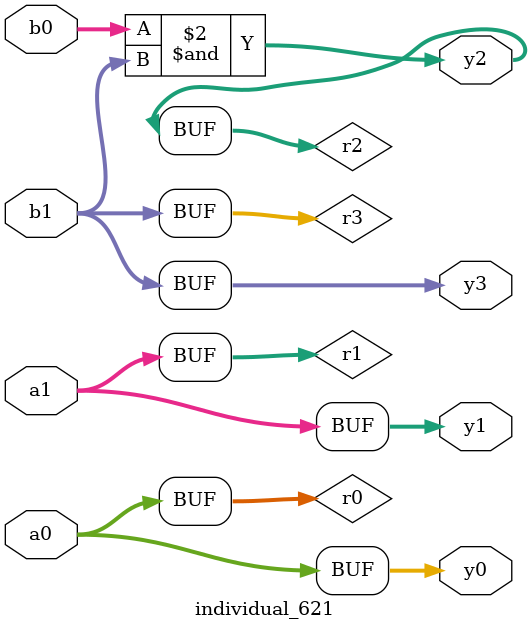
<source format=sv>
module individual_621(input logic [15:0] a1, input logic [15:0] a0, input logic [15:0] b1, input logic [15:0] b0, output logic [15:0] y3, output logic [15:0] y2, output logic [15:0] y1, output logic [15:0] y0);
logic [15:0] r0, r1, r2, r3; 
 always@(*) begin 
	 r0 = a0; r1 = a1; r2 = b0; r3 = b1; 
 	 r2  &=  b1 ;
 	 y3 = r3; y2 = r2; y1 = r1; y0 = r0; 
end
endmodule
</source>
